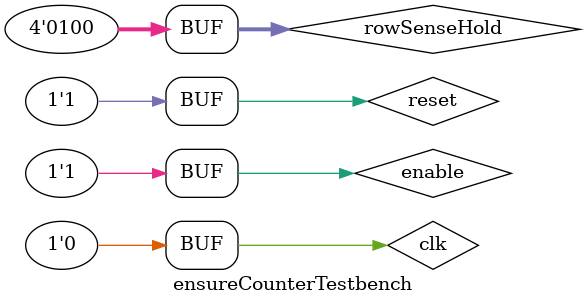
<source format=sv>
/*
Jackson Philion, jphilion@g.hmc.edu, Sep.23.2024. For e155_lab3, taught by Prof Josh Brake at Harvey Mudd College

This module is part of e155_lab3, and supports scanFSM in validating a given input to make sure
that switch debounces are not counted multiple times. It in itself is a small FSM, switching between
the states described below. The diagram is shown in github.com/jacksonphilion/e155_lab3 under notes
and extras.
*/

typedef enum logic [1:0]	{off, boot, on} ensureCounterState;

// ensureTop MAX is 65535
module  ensureCounter #(parameter ensureTop=42) (
    input   logic   clk,
    input   logic   reset,
    input   logic   enable,
    input   logic   [3:0]   sense,
    input   logic   [3:0]   rowSenseHold,
    output  logic   topRail, botRail
    );
    
    logic   [15:0]      counter;
    ensureCounterState  state, nextstate;

    // Counter next state logic
    always_comb
        case (state)
            off:    begin if  (enable)    nextstate = boot;
                    else            nextstate = off; end
            boot:   nextstate = on;
            on:     begin if  (~enable)   nextstate = off;
                    else            nextstate = on; end
            default: nextstate = off;
	endcase

    // Registers
    always_ff @(posedge clk) begin
        // State Register and Reset
        if (~reset) begin state <= off; counter<=(ensureTop/2); end
        else state <= nextstate;
			
        // Counter Register by State
        if (state == boot) // if in the boot state, set the counter to the middle of the range
            counter <= (ensureTop/2);
        else if (state == on) // if in count and wait state, then count according to pin levels. Sense is the live signal, rowSenseHold is the stored target signal. If they match, counter up; otherwise, counter down.
            if (sense == 4'b1111) counter <=0;
			else if ((sense == rowSenseHold)&(counter<ensureTop)) counter <= counter+1;
            else if ((~(sense == rowSenseHold))&(counter>0)) counter <= counter-1;
			else	counter <= counter;
        else
            counter <= (ensureTop/2);
    end

    // Output Logic
    always_comb
        case (enable)
            1'b1:   begin topRail = (counter==ensureTop);
                    botRail = ~|counter; end
            default:    begin topRail = 0;
                        botRail = 0; end
        endcase   

endmodule

module ensureCounterTestbench();

    // Create Necessary Variables
    logic clk, reset, enable, topRail, botRail;
    logic [3:0] rowSenseHold, sense;

    // Call DUT module
    ensureCounter dut(clk, reset, enable, sense, rowSenseHold, topRail, botRail);
    
    // Make Clock Signal
    always 
    begin
      clk = 1; #2; clk = 0; #2;
    end

    // Initialize a starting reset pulse, recall active low reset
    initial
    begin
      rowSenseHold = 4'b0100;
      reset = 0; #5; reset = 1;
    end

    // Play an Enable Sequence
    always begin
        enable = 0; #20; enable = 1; #50;
    end

    // I will force a sense sequence so I can play around with it and see how the system responds

endmodule
</source>
